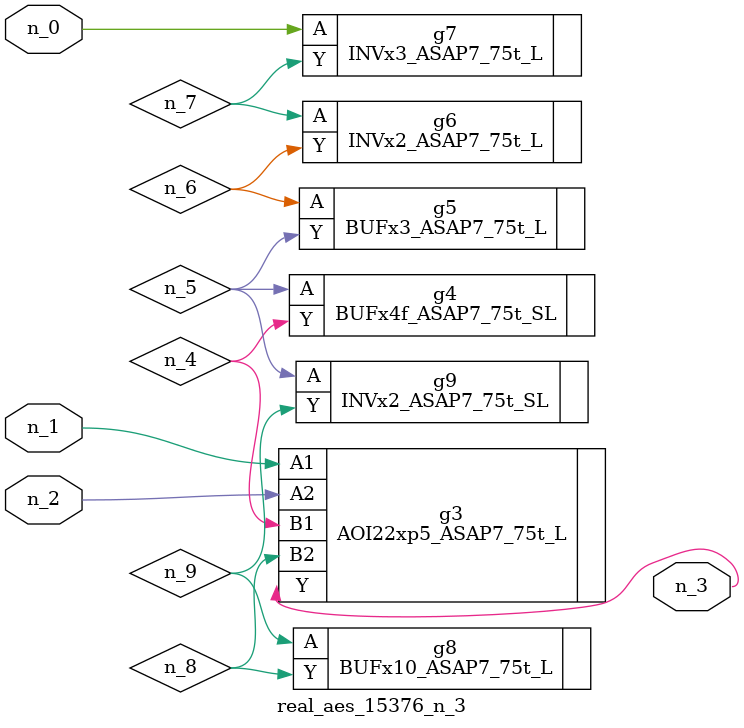
<source format=v>
module real_aes_15376_n_3 (n_0, n_2, n_1, n_3);
input n_0;
input n_2;
input n_1;
output n_3;
wire n_4;
wire n_5;
wire n_7;
wire n_8;
wire n_6;
wire n_9;
INVx3_ASAP7_75t_L g7 ( .A(n_0), .Y(n_7) );
AOI22xp5_ASAP7_75t_L g3 ( .A1(n_1), .A2(n_2), .B1(n_4), .B2(n_8), .Y(n_3) );
BUFx4f_ASAP7_75t_SL g4 ( .A(n_5), .Y(n_4) );
INVx2_ASAP7_75t_SL g9 ( .A(n_5), .Y(n_9) );
BUFx3_ASAP7_75t_L g5 ( .A(n_6), .Y(n_5) );
INVx2_ASAP7_75t_L g6 ( .A(n_7), .Y(n_6) );
BUFx10_ASAP7_75t_L g8 ( .A(n_9), .Y(n_8) );
endmodule
</source>
